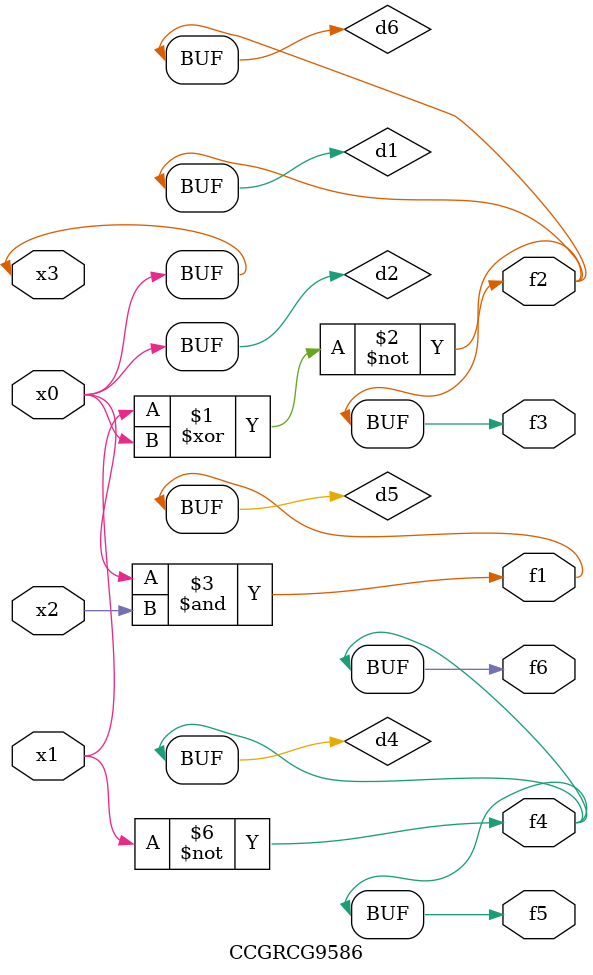
<source format=v>
module CCGRCG9586(
	input x0, x1, x2, x3,
	output f1, f2, f3, f4, f5, f6
);

	wire d1, d2, d3, d4, d5, d6;

	xnor (d1, x1, x3);
	buf (d2, x0, x3);
	nand (d3, x0, x2);
	not (d4, x1);
	nand (d5, d3);
	or (d6, d1);
	assign f1 = d5;
	assign f2 = d6;
	assign f3 = d6;
	assign f4 = d4;
	assign f5 = d4;
	assign f6 = d4;
endmodule

</source>
